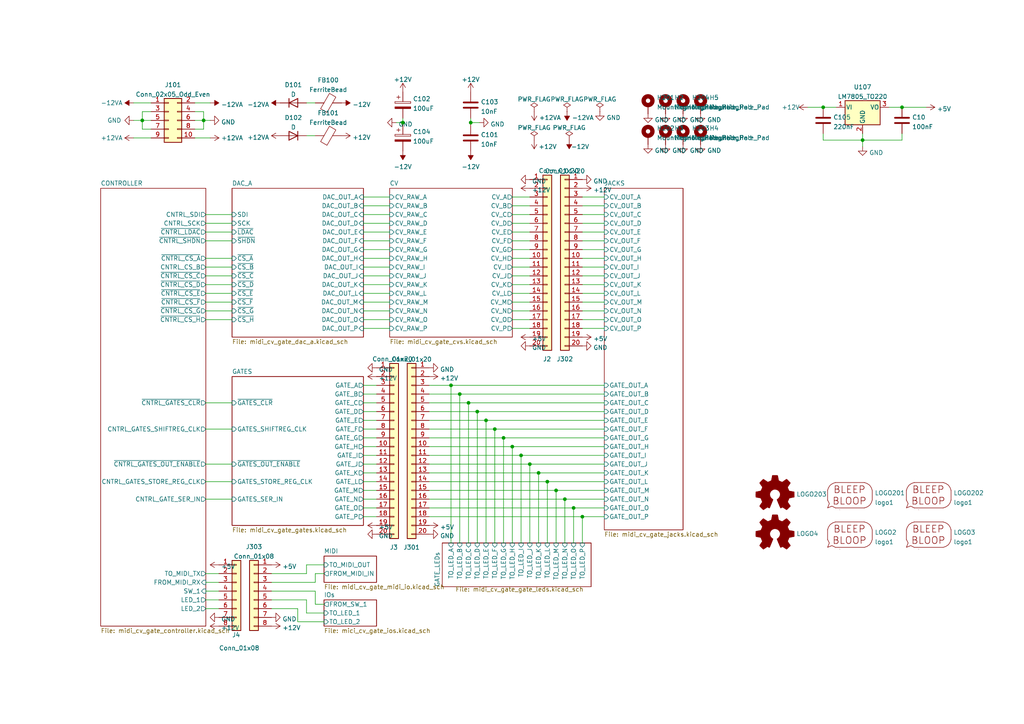
<source format=kicad_sch>
(kicad_sch (version 20211123) (generator eeschema)
  (paper "A4")
  (title_block (title "Eurorack MIDI 16x16 CV Gate") (date "2022-05-14") (rev "1.0") (company "RobotDialogs"))
  (lib_symbols
    (symbol "Connector_Generic:Conn_01x08" (pin_names (offset 1.016) hide)
      (property "Reference" "J" (at 0 10.16 0))
      (property "Value" "Conn_01x08" (at 0 -12.7 0))
      (symbol "Conn_01x08_1_1"
        (pin passive line (at -5.08 7.62 0) (length 3.81) (name "Pin_1") (number "1"))
        (pin passive line (at -5.08 5.08 0) (length 3.81) (name "Pin_2") (number "2"))
        (pin passive line (at -5.08 2.54 0) (length 3.81) (name "Pin_3") (number "3"))
        (pin passive line (at -5.08 0 0) (length 3.81) (name "Pin_4") (number "4"))
        (pin passive line (at -5.08 -2.54 0) (length 3.81) (name "Pin_5") (number "5"))
        (pin passive line (at -5.08 -5.08 0) (length 3.81) (name "Pin_6") (number "6"))
        (pin passive line (at -5.08 -7.62 0) (length 3.81) (name "Pin_7") (number "7"))
        (pin passive line (at -5.08 -10.16 0) (length 3.81) (name "Pin_8") (number "8"))
      )
    )
    (symbol "Connector_Generic:Conn_01x20" (pin_names (offset 1.016) hide)
      (property "Reference" "J" (at 0 25.4 0))
      (property "Value" "Conn_01x20" (at 0 -27.94 0))
      (symbol "Conn_01x20_1_1"
        (pin passive line (at -5.08 22.86 0) (length 3.81) (name "Pin_1") (number "1"))
        (pin passive line (at -5.08 0 0) (length 3.81) (name "Pin_10") (number "10"))
        (pin passive line (at -5.08 -2.54 0) (length 3.81) (name "Pin_11") (number "11"))
        (pin passive line (at -5.08 -5.08 0) (length 3.81) (name "Pin_12") (number "12"))
        (pin passive line (at -5.08 -7.62 0) (length 3.81) (name "Pin_13") (number "13"))
        (pin passive line (at -5.08 -10.16 0) (length 3.81) (name "Pin_14") (number "14"))
        (pin passive line (at -5.08 -12.7 0) (length 3.81) (name "Pin_15") (number "15"))
        (pin passive line (at -5.08 -15.24 0) (length 3.81) (name "Pin_16") (number "16"))
        (pin passive line (at -5.08 -17.78 0) (length 3.81) (name "Pin_17") (number "17"))
        (pin passive line (at -5.08 -20.32 0) (length 3.81) (name "Pin_18") (number "18"))
        (pin passive line (at -5.08 -22.86 0) (length 3.81) (name "Pin_19") (number "19"))
        (pin passive line (at -5.08 20.32 0) (length 3.81) (name "Pin_2") (number "2"))
        (pin passive line (at -5.08 -25.4 0) (length 3.81) (name "Pin_20") (number "20"))
        (pin passive line (at -5.08 17.78 0) (length 3.81) (name "Pin_3") (number "3"))
        (pin passive line (at -5.08 15.24 0) (length 3.81) (name "Pin_4") (number "4"))
        (pin passive line (at -5.08 12.7 0) (length 3.81) (name "Pin_5") (number "5"))
        (pin passive line (at -5.08 10.16 0) (length 3.81) (name "Pin_6") (number "6"))
        (pin passive line (at -5.08 7.62 0) (length 3.81) (name "Pin_7") (number "7"))
        (pin passive line (at -5.08 5.08 0) (length 3.81) (name "Pin_8") (number "8"))
        (pin passive line (at -5.08 2.54 0) (length 3.81) (name "Pin_9") (number "9"))
      )
    )
    (symbol "Connector_Generic:Conn_02x05_Odd_Even" (pin_names (offset 1.016) hide)
      (property "Reference" "J" (at 1.27 7.62 0))
      (property "Value" "Conn_02x05_Odd_Even" (at 1.27 -7.62 0))
      (symbol "Conn_02x05_Odd_Even_1_1"
        (pin passive line (at -5.08 5.08 0) (length 3.81) (name "Pin_1") (number "1"))
        (pin passive line (at 7.62 -5.08 180) (length 3.81) (name "Pin_10") (number "10"))
        (pin passive line (at 7.62 5.08 180) (length 3.81) (name "Pin_2") (number "2"))
        (pin passive line (at -5.08 2.54 0) (length 3.81) (name "Pin_3") (number "3"))
        (pin passive line (at 7.62 2.54 180) (length 3.81) (name "Pin_4") (number "4"))
        (pin passive line (at -5.08 0 0) (length 3.81) (name "Pin_5") (number "5"))
        (pin passive line (at 7.62 0 180) (length 3.81) (name "Pin_6") (number "6"))
        (pin passive line (at -5.08 -2.54 0) (length 3.81) (name "Pin_7") (number "7"))
        (pin passive line (at 7.62 -2.54 180) (length 3.81) (name "Pin_8") (number "8"))
        (pin passive line (at -5.08 -5.08 0) (length 3.81) (name "Pin_9") (number "9"))
      )
    )
    (symbol "Device:C" (pin_numbers hide) (pin_names (offset 0.254))
      (property "Reference" "C" (at 0.635 2.54 0))
      (property "Value" "C" (at 0.635 -2.54 0))
      (symbol "C_1_1"
        (pin passive line (at 0 3.81 270) (length 2.794) (name "~") (number "1"))
        (pin passive line (at 0 -3.81 90) (length 2.794) (name "~") (number "2"))
      )
    )
    (symbol "Device:C_Polarized" (pin_numbers hide) (pin_names (offset 0.254))
      (property "Reference" "C" (at 0.635 2.54 0))
      (property "Value" "C_Polarized" (at 0.635 -2.54 0))
      (symbol "C_Polarized_1_1"
        (pin passive line (at 0 3.81 270) (length 2.794) (name "~") (number "1"))
        (pin passive line (at 0 -3.81 90) (length 2.794) (name "~") (number "2"))
      )
    )
    (symbol "Device:D" (pin_numbers hide) (pin_names (offset 1.016) hide)
      (property "Reference" "D" (at 0 2.54 0))
      (property "Value" "D" (at 0 -2.54 0))
      (symbol "D_1_1"
        (pin passive line (at -3.81 0 0) (length 2.54) (name "K") (number "1"))
        (pin passive line (at 3.81 0 180) (length 2.54) (name "A") (number "2"))
      )
    )
    (symbol "Device:FerriteBead" (pin_numbers hide) (pin_names (offset 0))
      (property "Reference" "FB" (at -3.81 0.635 90))
      (property "Value" "FerriteBead" (at 3.81 0 90))
      (symbol "FerriteBead_1_1"
        (pin passive line (at 0 3.81 270) (length 2.54) (name "~") (number "1"))
        (pin passive line (at 0 -3.81 90) (length 2.54) (name "~") (number "2"))
      )
    )
    (symbol "Mechanical:MountingHole_Pad" (pin_numbers hide) (pin_names (offset 1.016) hide)
      (property "Reference" "H" (at 0 6.35 0))
      (property "Value" "MountingHole_Pad" (at 0 4.445 0))
      (symbol "MountingHole_Pad_1_1"
        (pin input line (at 0 -2.54 90) (length 2.54) (name "1") (number "1"))
      )
    )
    (symbol "My Stuff:Logo_Open_Hardware_Small" (pin_names (offset 1.016))
      (property "Reference" "LOGO1" (at 0 6.985 0))
    )
    (symbol "My Stuff:logo1" (pin_names (offset 1.016))
      (property "Reference" "LOGO" (at 0 -4.826 0))
      (property "Value" "logo1" (at 0 4.826 0))
      (symbol "logo1_0_0"
        (text "" (at -1.27 1.27 0) (effects (font (size 1.27 1.27))))
        (text "BLEEP" (at 0 1.524 0) (effects (font (size 2 2))))
        (text "BLOOP" (at 0 -1.778 0) (effects (font (size 2 2))))
      )
    )
    (symbol "Regulator_Linear:LM7805_TO220" (pin_names (offset 0.254))
      (property "Reference" "U" (at -3.81 3.175 0))
      (property "Value" "LM7805_TO220" (at 0 3.175 0))
      (symbol "LM7805_TO220_1_1"
        (pin power_in line (at -7.62 0 0) (length 2.54) (name "VI") (number "1"))
        (pin power_in line (at 0 -7.62 90) (length 2.54) (name "GND") (number "2"))
        (pin power_out line (at 7.62 0 180) (length 2.54) (name "VO") (number "3"))
      )
    )
    (symbol "power:+12V" (power) (pin_names (offset 0))
      (property "Value" "+12V" (at 0 3.556 0))
      (symbol "+12V_1_1"
        (pin power_in line (at 0 0 90) (length 0) hide (name "+12V") (number "1"))
      )
    )
    (symbol "power:+12VA" (power) (pin_names (offset 0))
      (property "Value" "+12VA" (at 0 3.556 0))
      (symbol "+12VA_1_1"
        (pin power_in line (at 0 0 90) (length 0) hide (name "+12VA") (number "1"))
      )
    )
    (symbol "power:+5V" (power) (pin_names (offset 0))
      (property "Value" "+5V" (at 0 3.556 0))
      (symbol "+5V_1_1"
        (pin power_in line (at 0 0 90) (length 0) hide (name "+5V") (number "1"))
      )
    )
    (symbol "power:-12V" (power) (pin_names (offset 0))
      (property "Value" "-12V" (at 0 3.81 0))
      (symbol "-12V_0_0"
        (pin power_in line (at 0 0 90) (length 0) hide (name "-12V") (number "1"))
      )
    )
    (symbol "power:-12VA" (power) (pin_names (offset 0))
      (property "Value" "-12VA" (at 0 3.556 0))
      (symbol "-12VA_0_0"
        (pin power_in line (at 0 0 90) (length 0) hide (name "-12VA") (number "1"))
      )
    )
    (symbol "power:GND" (power) (pin_names (offset 0))
      (property "Value" "GND" (at 0 -3.81 0))
      (symbol "GND_1_1"
        (pin power_in line (at 0 0 270) (length 0) hide (name "GND") (number "1"))
      )
    )
    (symbol "power:PWR_FLAG" (power) (pin_numbers hide) (pin_names (offset 0) hide)
      (property "Value" "PWR_FLAG" (at 0 3.81 0))
      (symbol "PWR_FLAG_0_0"
        (pin power_out line (at 0 0 90) (length 0) (name "pwr") (number "1"))
      )
    )
  )
  (junction (at 59.055 34.925))
  (junction (at 168.91 149.86))
  (junction (at 140.97 121.92))
  (junction (at 138.43 119.38))
  (junction (at 158.75 139.7))
  (junction (at 163.83 144.78))
  (junction (at 166.37 147.32))
  (junction (at 143.51 124.46))
  (junction (at 153.67 134.62))
  (junction (at 238.76 31.115))
  (junction (at 151.13 132.08))
  (junction (at 41.275 34.925))
  (junction (at 156.21 137.16))
  (junction (at 136.525 35.56))
  (junction (at 250.19 40.64))
  (junction (at 135.89 116.84))
  (junction (at 133.35 114.3))
  (junction (at 146.05 127))
  (junction (at 116.84 35.56))
  (junction (at 130.81 111.76))
  (junction (at 148.59 129.54))
  (junction (at 261.62 31.115))
  (junction (at 161.29 142.24))
  (wire (pts (xy 59.69 82.55) (xy 67.31 82.55)))
  (wire (pts (xy 88.9 29.845) (xy 91.44 29.845)))
  (wire (pts (xy 151.13 132.08) (xy 175.26 132.08)))
  (wire (pts (xy 86.36 180.34) (xy 93.98 180.34)))
  (wire (pts (xy 168.91 149.86) (xy 168.91 157.48)))
  (wire (pts (xy 124.46 111.76) (xy 130.81 111.76)))
  (wire (pts (xy 143.51 124.46) (xy 175.26 124.46)))
  (wire (pts (xy 148.59 64.77) (xy 153.67 64.77)))
  (wire (pts (xy 250.19 38.735) (xy 250.19 40.64)))
  (wire (pts (xy 116.84 35.56) (xy 116.84 36.195)))
  (wire (pts (xy 114.935 35.56) (xy 116.84 35.56)))
  (wire (pts (xy 124.46 139.7) (xy 158.75 139.7)))
  (wire (pts (xy 148.59 95.25) (xy 153.67 95.25)))
  (wire (pts (xy 148.59 82.55) (xy 153.67 82.55)))
  (wire (pts (xy 257.81 31.115) (xy 261.62 31.115)))
  (wire (pts (xy 158.75 139.7) (xy 175.26 139.7)))
  (wire (pts (xy 105.41 149.86) (xy 109.22 149.86)))
  (wire (pts (xy 124.46 114.3) (xy 133.35 114.3)))
  (wire (pts (xy 124.46 134.62) (xy 153.67 134.62)))
  (wire (pts (xy 88.9 173.99) (xy 78.74 173.99)))
  (wire (pts (xy 59.69 139.7) (xy 67.31 139.7)))
  (wire (pts (xy 124.46 124.46) (xy 143.51 124.46)))
  (wire (pts (xy 163.83 144.78) (xy 163.83 157.48)))
  (wire (pts (xy 105.41 137.16) (xy 109.22 137.16)))
  (wire (pts (xy 124.46 121.92) (xy 140.97 121.92)))
  (wire (pts (xy 105.41 67.31) (xy 113.03 67.31)))
  (wire (pts (xy 41.275 32.385) (xy 41.275 34.925)))
  (wire (pts (xy 43.815 32.385) (xy 41.275 32.385)))
  (wire (pts (xy 168.91 57.15) (xy 175.26 57.15)))
  (wire (pts (xy 59.69 124.46) (xy 67.31 124.46)))
  (wire (pts (xy 59.055 34.925) (xy 59.055 37.465)))
  (wire (pts (xy 59.69 74.93) (xy 67.31 74.93)))
  (wire (pts (xy 124.46 129.54) (xy 148.59 129.54)))
  (wire (pts (xy 148.59 90.17) (xy 153.67 90.17)))
  (wire (pts (xy 148.59 92.71) (xy 153.67 92.71)))
  (wire (pts (xy 148.59 74.93) (xy 153.67 74.93)))
  (wire (pts (xy 168.91 82.55) (xy 175.26 82.55)))
  (wire (pts (xy 59.69 87.63) (xy 67.31 87.63)))
  (wire (pts (xy 168.91 92.71) (xy 175.26 92.71)))
  (wire (pts (xy 261.62 31.115) (xy 268.605 31.115)))
  (wire (pts (xy 136.525 35.56) (xy 139.065 35.56)))
  (wire (pts (xy 105.41 124.46) (xy 109.22 124.46)))
  (wire (pts (xy 148.59 80.01) (xy 153.67 80.01)))
  (wire (pts (xy 168.91 59.69) (xy 175.26 59.69)))
  (wire (pts (xy 168.91 95.25) (xy 175.26 95.25)))
  (wire (pts (xy 91.44 175.26) (xy 93.98 175.26)))
  (wire (pts (xy 105.41 95.25) (xy 113.03 95.25)))
  (wire (pts (xy 124.46 132.08) (xy 151.13 132.08)))
  (wire (pts (xy 148.59 57.15) (xy 153.67 57.15)))
  (wire (pts (xy 168.91 69.85) (xy 175.26 69.85)))
  (wire (pts (xy 59.69 90.17) (xy 67.31 90.17)))
  (wire (pts (xy 105.41 59.69) (xy 113.03 59.69)))
  (wire (pts (xy 59.69 134.62) (xy 67.31 134.62)))
  (wire (pts (xy 105.41 111.76) (xy 109.22 111.76)))
  (wire (pts (xy 168.91 149.86) (xy 175.26 149.86)))
  (wire (pts (xy 91.44 166.37) (xy 93.98 166.37)))
  (wire (pts (xy 59.69 176.53) (xy 63.5 176.53)))
  (wire (pts (xy 148.59 129.54) (xy 175.26 129.54)))
  (wire (pts (xy 38.735 29.845) (xy 43.815 29.845)))
  (wire (pts (xy 148.59 129.54) (xy 148.59 157.48)))
  (wire (pts (xy 153.67 134.62) (xy 175.26 134.62)))
  (wire (pts (xy 168.91 72.39) (xy 175.26 72.39)))
  (wire (pts (xy 148.59 62.23) (xy 153.67 62.23)))
  (wire (pts (xy 168.91 67.31) (xy 175.26 67.31)))
  (wire (pts (xy 59.69 80.01) (xy 67.31 80.01)))
  (wire (pts (xy 105.41 147.32) (xy 109.22 147.32)))
  (wire (pts (xy 105.41 90.17) (xy 113.03 90.17)))
  (wire (pts (xy 59.69 144.78) (xy 67.31 144.78)))
  (wire (pts (xy 124.46 147.32) (xy 166.37 147.32)))
  (wire (pts (xy 88.9 163.83) (xy 88.9 166.37)))
  (wire (pts (xy 41.275 34.925) (xy 43.815 34.925)))
  (wire (pts (xy 105.41 132.08) (xy 109.22 132.08)))
  (wire (pts (xy 148.59 87.63) (xy 153.67 87.63)))
  (wire (pts (xy 138.43 119.38) (xy 175.26 119.38)))
  (wire (pts (xy 78.74 176.53) (xy 86.36 176.53)))
  (wire (pts (xy 153.67 134.62) (xy 153.67 157.48)))
  (wire (pts (xy 59.69 62.23) (xy 67.31 62.23)))
  (wire (pts (xy 148.59 59.69) (xy 153.67 59.69)))
  (wire (pts (xy 168.91 74.93) (xy 175.26 74.93)))
  (wire (pts (xy 168.91 87.63) (xy 175.26 87.63)))
  (wire (pts (xy 59.69 77.47) (xy 67.31 77.47)))
  (wire (pts (xy 105.41 62.23) (xy 113.03 62.23)))
  (wire (pts (xy 124.46 142.24) (xy 161.29 142.24)))
  (wire (pts (xy 158.75 139.7) (xy 158.75 157.48)))
  (wire (pts (xy 124.46 144.78) (xy 163.83 144.78)))
  (wire (pts (xy 161.29 142.24) (xy 161.29 157.48)))
  (wire (pts (xy 168.91 90.17) (xy 175.26 90.17)))
  (wire (pts (xy 105.41 57.15) (xy 113.03 57.15)))
  (wire (pts (xy 56.515 29.845) (xy 60.96 29.845)))
  (wire (pts (xy 105.41 82.55) (xy 113.03 82.55)))
  (wire (pts (xy 124.46 116.84) (xy 135.89 116.84)))
  (wire (pts (xy 56.515 32.385) (xy 59.055 32.385)))
  (wire (pts (xy 59.69 171.45) (xy 63.5 171.45)))
  (wire (pts (xy 41.275 34.925) (xy 41.275 37.465)))
  (wire (pts (xy 91.44 171.45) (xy 91.44 175.26)))
  (wire (pts (xy 88.9 177.8) (xy 88.9 173.99)))
  (wire (pts (xy 136.525 35.56) (xy 136.525 36.195)))
  (wire (pts (xy 168.91 77.47) (xy 175.26 77.47)))
  (wire (pts (xy 238.76 38.735) (xy 238.76 40.64)))
  (wire (pts (xy 59.055 34.925) (xy 60.96 34.925)))
  (wire (pts (xy 105.41 80.01) (xy 113.03 80.01)))
  (wire (pts (xy 105.41 139.7) (xy 109.22 139.7)))
  (wire (pts (xy 168.91 80.01) (xy 175.26 80.01)))
  (wire (pts (xy 166.37 147.32) (xy 175.26 147.32)))
  (wire (pts (xy 105.41 69.85) (xy 113.03 69.85)))
  (wire (pts (xy 238.76 40.64) (xy 250.19 40.64)))
  (wire (pts (xy 59.055 32.385) (xy 59.055 34.925)))
  (wire (pts (xy 105.41 129.54) (xy 109.22 129.54)))
  (wire (pts (xy 105.41 85.09) (xy 113.03 85.09)))
  (wire (pts (xy 130.81 111.76) (xy 175.26 111.76)))
  (wire (pts (xy 105.41 142.24) (xy 109.22 142.24)))
  (wire (pts (xy 88.9 39.37) (xy 91.44 39.37)))
  (wire (pts (xy 59.055 37.465) (xy 56.515 37.465)))
  (wire (pts (xy 59.69 67.31) (xy 67.31 67.31)))
  (wire (pts (xy 261.62 40.64) (xy 261.62 38.735)))
  (wire (pts (xy 93.98 177.8) (xy 88.9 177.8)))
  (wire (pts (xy 105.41 92.71) (xy 113.03 92.71)))
  (wire (pts (xy 146.05 127) (xy 146.05 157.48)))
  (wire (pts (xy 124.46 137.16) (xy 156.21 137.16)))
  (wire (pts (xy 138.43 119.38) (xy 138.43 157.48)))
  (wire (pts (xy 250.19 40.64) (xy 261.62 40.64)))
  (wire (pts (xy 78.74 171.45) (xy 91.44 171.45)))
  (wire (pts (xy 93.98 163.83) (xy 88.9 163.83)))
  (wire (pts (xy 59.69 69.85) (xy 67.31 69.85)))
  (wire (pts (xy 136.525 34.29) (xy 136.525 35.56)))
  (wire (pts (xy 41.275 37.465) (xy 43.815 37.465)))
  (wire (pts (xy 146.05 127) (xy 175.26 127)))
  (wire (pts (xy 133.35 114.3) (xy 133.35 157.48)))
  (wire (pts (xy 168.91 64.77) (xy 175.26 64.77)))
  (wire (pts (xy 88.9 166.37) (xy 78.74 166.37)))
  (wire (pts (xy 59.69 92.71) (xy 67.31 92.71)))
  (wire (pts (xy 148.59 85.09) (xy 153.67 85.09)))
  (wire (pts (xy 105.41 127) (xy 109.22 127)))
  (wire (pts (xy 59.69 173.99) (xy 63.5 173.99)))
  (wire (pts (xy 124.46 149.86) (xy 168.91 149.86)))
  (wire (pts (xy 151.13 132.08) (xy 151.13 157.48)))
  (wire (pts (xy 105.41 119.38) (xy 109.22 119.38)))
  (wire (pts (xy 148.59 77.47) (xy 153.67 77.47)))
  (wire (pts (xy 148.59 72.39) (xy 153.67 72.39)))
  (wire (pts (xy 86.36 176.53) (xy 86.36 180.34)))
  (wire (pts (xy 168.91 62.23) (xy 175.26 62.23)))
  (wire (pts (xy 59.69 166.37) (xy 63.5 166.37)))
  (wire (pts (xy 56.515 40.005) (xy 60.96 40.005)))
  (wire (pts (xy 91.44 168.91) (xy 91.44 166.37)))
  (wire (pts (xy 234.315 31.115) (xy 238.76 31.115)))
  (wire (pts (xy 105.41 116.84) (xy 109.22 116.84)))
  (wire (pts (xy 140.97 121.92) (xy 175.26 121.92)))
  (wire (pts (xy 156.21 137.16) (xy 175.26 137.16)))
  (wire (pts (xy 38.735 34.925) (xy 41.275 34.925)))
  (wire (pts (xy 105.41 74.93) (xy 113.03 74.93)))
  (wire (pts (xy 105.41 64.77) (xy 113.03 64.77)))
  (wire (pts (xy 143.51 124.46) (xy 143.51 157.48)))
  (wire (pts (xy 124.46 119.38) (xy 138.43 119.38)))
  (wire (pts (xy 130.81 111.76) (xy 130.81 157.48)))
  (wire (pts (xy 105.41 72.39) (xy 113.03 72.39)))
  (wire (pts (xy 161.29 142.24) (xy 175.26 142.24)))
  (wire (pts (xy 105.41 144.78) (xy 109.22 144.78)))
  (wire (pts (xy 105.41 87.63) (xy 113.03 87.63)))
  (wire (pts (xy 78.74 168.91) (xy 91.44 168.91)))
  (wire (pts (xy 59.69 116.84) (xy 67.31 116.84)))
  (wire (pts (xy 156.21 137.16) (xy 156.21 157.48)))
  (wire (pts (xy 133.35 114.3) (xy 175.26 114.3)))
  (wire (pts (xy 140.97 121.92) (xy 140.97 157.48)))
  (wire (pts (xy 148.59 69.85) (xy 153.67 69.85)))
  (wire (pts (xy 59.69 85.09) (xy 67.31 85.09)))
  (wire (pts (xy 105.41 121.92) (xy 109.22 121.92)))
  (wire (pts (xy 163.83 144.78) (xy 175.26 144.78)))
  (wire (pts (xy 105.41 114.3) (xy 109.22 114.3)))
  (wire (pts (xy 56.515 34.925) (xy 59.055 34.925)))
  (wire (pts (xy 168.91 85.09) (xy 175.26 85.09)))
  (wire (pts (xy 43.815 40.005) (xy 38.735 40.005)))
  (wire (pts (xy 105.41 134.62) (xy 109.22 134.62)))
  (wire (pts (xy 135.89 116.84) (xy 135.89 157.48)))
  (wire (pts (xy 124.46 127) (xy 146.05 127)))
  (wire (pts (xy 59.69 168.91) (xy 63.5 168.91)))
  (wire (pts (xy 116.84 34.29) (xy 116.84 35.56)))
  (wire (pts (xy 105.41 77.47) (xy 113.03 77.47)))
  (wire (pts (xy 59.69 64.77) (xy 67.31 64.77)))
  (wire (pts (xy 135.89 116.84) (xy 175.26 116.84)))
  (wire (pts (xy 166.37 147.32) (xy 166.37 157.48)))
  (wire (pts (xy 250.19 40.64) (xy 250.19 42.545)))
  (wire (pts (xy 238.76 31.115) (xy 242.57 31.115)))
  (wire (pts (xy 148.59 67.31) (xy 153.67 67.31)))
  (symbol (lib_id "power:+12V") (at 109.22 109.22 90) (unit 1)
    (property "Reference" "#PWR0265" (effects hide))
    (property "Value" "+12V" (at 109.855 109.699 90) (effects (justify right)))
  )
  (symbol (lib_id "Device:D") (at 85.09 29.845 0) (unit 1)
    (property "Reference" "D101" (at 85.09 24.6085 0))
    (property "Value" "D" (at 85.09 27.3836 0))
    (property "Footprint" "Diode_THT:D_DO-35_SOD27_P2.54mm_Vertical_KathodeUp" (effects hide))
  )
  (symbol (lib_id "power:+5V") (at 153.67 97.79 90) (unit 1)
    (property "Reference" "#PWR0245" (effects hide))
    (property "Value" "+5V" (at 154.305 98.269 90) (effects (justify right)))
  )
  (symbol (lib_id "Device:C_Polarized") (at 116.84 30.48 0) (unit 1)
    (property "Reference" "C102" (at 119.761 28.6825 0) (effects (justify left)))
    (property "Value" "100uF" (at 119.761 31.4576 0) (effects (justify left)))
    (property "Footprint" "Capacitor_THT:CP_Radial_D5.0mm_P2.50mm" (effects hide))
  )
  (symbol (lib_id "power:GND") (at 124.46 154.94 90) (unit 1)
    (property "Reference" "#PWR0257" (effects hide))
    (property "Value" "GND" (at 127.635 155.419 90) (effects (justify right)))
  )
  (symbol (lib_id "power:+12V") (at 124.46 109.22 270) (unit 1)
    (property "Reference" "#PWR0262" (effects hide))
    (property "Value" "+12V" (at 127.635 109.699 90) (effects (justify left)))
  )
  (symbol (lib_id "Connector_Generic:Conn_01x20") (at 119.38 129.54 0) (mirror y) (unit 1)
    (property "Reference" "J301" (at 119.38 158.75 0))
    (property "Value" "Conn_01x20" (at 119.38 104.2186 0))
    (property "Footprint" "Connector_PinSocket_2.54mm:PinSocket_1x20_P2.54mm_Vertical" (effects hide))
  )
  (symbol (lib_id "power:GND") (at 198.12 33.02 0) (unit 1)
    (property "Reference" "#PWR0116" (effects hide))
    (property "Value" "GND" (at 200.025 34.769 0) (effects (justify left)))
  )
  (symbol (lib_id "power:GND") (at 168.91 100.33 90) (unit 1)
    (property "Reference" "#PWR0259" (effects hide))
    (property "Value" "GND" (at 172.085 100.809 90) (effects (justify right)))
  )
  (symbol (lib_id "power:+12VA") (at 38.735 40.005 90) (unit 1)
    (property "Reference" "#PWR0106" (effects hide))
    (property "Value" "+12VA" (at 29.21 40.005 90) (effects (justify right)))
  )
  (symbol (lib_id "power:-12VA") (at 164.465 32.385 180) (unit 1)
    (property "Reference" "#PWR0126" (effects hide))
    (property "Value" "-12VA" (at 165.862 34.134 0) (effects (justify right)))
  )
  (symbol (lib_id "power:+12V") (at 116.84 26.67 0) (unit 1)
    (property "Reference" "#PWR0130" (effects hide))
    (property "Value" "+12V" (at 116.84 23.0655 0))
  )
  (symbol (lib_id "power:+12V") (at 153.67 54.61 90) (unit 1)
    (property "Reference" "#PWR0242" (effects hide))
    (property "Value" "+12V" (at 154.305 55.089 90) (effects (justify right)))
  )
  (symbol (lib_id "Connector_Generic:Conn_02x05_Odd_Even") (at 48.895 34.925 0) (unit 1)
    (property "Reference" "J101" (at 50.165 24.6085 0))
    (property "Value" "Conn_02x05_Odd_Even" (at 50.165 27.3836 0))
    (property "Footprint" "Connector_IDC:IDC-Header_2x05_P2.54mm_Vertical" (effects hide))
  )
  (symbol (lib_id "Device:C") (at 136.525 30.48 0) (unit 1)
    (property "Reference" "C103" (at 139.446 29.5715 0) (effects (justify left)))
    (property "Value" "10nF" (at 139.446 32.3466 0) (effects (justify left)))
    (property "Footprint" "Capacitor_THT:C_Disc_D4.3mm_W1.9mm_P5.00mm" (effects hide))
  )
  (symbol (lib_id "Connector_Generic:Conn_01x20") (at 163.83 74.93 0) (mirror y) (unit 1)
    (property "Reference" "J302" (at 163.83 104.14 0))
    (property "Value" "Conn_01x20" (at 163.83 49.6086 0))
    (property "Footprint" "Connector_PinSocket_2.54mm:PinSocket_1x20_P2.54mm_Vertical" (effects hide))
  )
  (symbol (lib_id "power:+5V") (at 168.91 97.79 270) (unit 1)
    (property "Reference" "#PWR0260" (effects hide))
    (property "Value" "+5V" (at 172.085 98.269 90) (effects (justify left)))
  )
  (symbol (lib_id "My Stuff:Logo_Open_Hardware_Small") (at 224.79 143.51 0) (unit 1)
    (property "Reference" "LOGO203" (at 230.9876 143.354 0) (effects (justify left)))
    (property "Value" "Logo_Open_Hardware_Small" (effects hide))
    (property "Footprint" "Symbol:OSHW-Symbol_6.7x6mm_SilkScreen" (effects hide))
  )
  (symbol (lib_id "power:GND") (at 153.67 52.07 270) (unit 1)
    (property "Reference" "#PWR0243" (effects hide))
    (property "Value" "GND" (at 154.305 52.549 90) (effects (justify left)))
  )
  (symbol (lib_id "power:-12V") (at 116.84 43.815 180) (unit 1)
    (property "Reference" "#PWR0122" (effects hide))
    (property "Value" "-12V" (at 116.84 48.3775 0))
  )
  (symbol (lib_id "power:+12V") (at 99.06 39.37 270) (unit 1)
    (property "Reference" "#PWR0112" (effects hide))
    (property "Value" "+12V" (at 102.235 39.849 90) (effects (justify left)))
  )
  (symbol (lib_id "power:+12V") (at 78.74 181.61 270) (unit 1)
    (property "Reference" "#PWR0248" (effects hide))
    (property "Value" "+12V" (at 81.915 182.089 90) (effects (justify left)))
  )
  (symbol (lib_id "power:-12VA") (at 38.735 29.845 90) (unit 1)
    (property "Reference" "#PWR0105" (effects hide))
    (property "Value" "-12VA" (at 29.21 29.845 90) (effects (justify right)))
  )
  (symbol (lib_id "power:GND") (at 168.91 52.07 90) (unit 1)
    (property "Reference" "#PWR0261" (effects hide))
    (property "Value" "GND" (at 172.085 52.549 90) (effects (justify right)))
  )
  (symbol (lib_id "power:-12V") (at 165.1 40.64 180) (unit 1)
    (property "Reference" "#PWR0127" (effects hide))
    (property "Value" "-12V" (at 168.275 42.545 0))
  )
  (symbol (lib_id "power:+5V") (at 63.5 163.83 90) (unit 1)
    (property "Reference" "#PWR0254" (effects hide))
    (property "Value" "+5V" (at 64.135 164.309 90) (effects (justify right)))
  )
  (symbol (lib_id "Device:C_Polarized") (at 116.84 40.005 0) (unit 1)
    (property "Reference" "C104" (at 119.761 38.2075 0) (effects (justify left)))
    (property "Value" "100uF" (at 119.761 40.9826 0) (effects (justify left)))
    (property "Footprint" "Capacitor_THT:CP_Radial_D5.0mm_P2.50mm" (effects hide))
  )
  (symbol (lib_id "power:PWR_FLAG") (at 154.94 40.64 0) (unit 1)
    (property "Reference" "#FLG0102" (effects hide))
    (property "Value" "PWR_FLAG" (at 154.94 37.0355 0))
  )
  (symbol (lib_id "Device:C") (at 136.525 40.005 0) (unit 1)
    (property "Reference" "C101" (at 139.446 39.0965 0) (effects (justify left)))
    (property "Value" "10nF" (at 139.446 41.8716 0) (effects (justify left)))
    (property "Footprint" "Capacitor_THT:C_Disc_D4.3mm_W1.9mm_P5.00mm" (effects hide))
  )
  (symbol (lib_id "My Stuff:logo1") (at 269.24 143.51 0) (unit 1)
    (property "Reference" "LOGO202" (at 276.5552 142.9825 0) (effects (justify left)))
    (property "Value" "logo1" (at 276.5552 145.7576 0) (effects (justify left)))
    (property "Footprint" "My Stuff:Logo2" (effects hide))
  )
  (symbol (lib_id "power:+5V") (at 78.74 163.83 270) (unit 1)
    (property "Reference" "#PWR0252" (effects hide))
    (property "Value" "+5V" (at 81.915 164.309 90) (effects (justify left)))
  )
  (symbol (lib_id "Device:FerriteBead") (at 95.25 29.845 90) (unit 1)
    (property "Reference" "FB100" (at 95.1992 23.2369 90))
    (property "Value" "FerriteBead" (at 95.1992 26.012 90))
    (property "Footprint" "Inductor_THT:L_Axial_L5.3mm_D2.2mm_P2.54mm_Vertical_Vishay_IM-1" (effects hide))
  )
  (symbol (lib_id "power:+12V") (at 168.91 54.61 270) (unit 1)
    (property "Reference" "#PWR0258" (effects hide))
    (property "Value" "+12V" (at 172.085 55.089 90) (effects (justify left)))
  )
  (symbol (lib_id "power:GND") (at 198.12 41.91 0) (unit 1)
    (property "Reference" "#PWR0189" (effects hide))
    (property "Value" "GND" (at 200.025 43.659 0) (effects (justify left)))
  )
  (symbol (lib_id "power:GND") (at 153.67 100.33 270) (unit 1)
    (property "Reference" "#PWR0244" (effects hide))
    (property "Value" "GND" (at 154.305 100.809 90) (effects (justify left)))
  )
  (symbol (lib_id "power:GND") (at 193.04 41.91 0) (unit 1)
    (property "Reference" "#PWR0119" (effects hide))
    (property "Value" "GND" (at 194.945 43.659 0) (effects (justify left)))
  )
  (symbol (lib_id "power:GND") (at 250.19 42.545 0) (unit 1)
    (property "Reference" "#PWR0101" (effects hide))
    (property "Value" "GND" (at 252.095 44.294 0) (effects (justify left)))
  )
  (symbol (lib_id "My Stuff:Logo_Open_Hardware_Small") (at 224.79 154.94 0) (unit 1)
    (property "Reference" "LOGO4" (at 230.9876 154.784 0) (effects (justify left)))
    (property "Value" "Logo_Open_Hardware_Small" (effects hide))
    (property "Footprint" "Symbol:OSHW-Symbol_6.7x6mm_SilkScreen" (effects hide))
  )
  (symbol (lib_id "power:+12V") (at 154.94 40.64 180) (unit 1)
    (property "Reference" "#PWR0124" (effects hide))
    (property "Value" "+12V" (at 156.21 42.545 0) (effects (justify right)))
  )
  (symbol (lib_id "power:GND") (at 124.46 106.68 90) (unit 1)
    (property "Reference" "#PWR0263" (effects hide))
    (property "Value" "GND" (at 127.635 107.159 90) (effects (justify right)))
  )
  (symbol (lib_id "Mechanical:MountingHole_Pad") (at 203.2 30.48 0) (unit 1)
    (property "Reference" "H5" (at 205.74 28.3015 0) (effects (justify left)))
    (property "Value" "MountingHole_Pad" (at 205.74 31.0766 0) (effects (justify left)))
    (property "Footprint" "MountingHole:MountingHole_3.2mm_M3_ISO7380_Pad_TopBottom" (effects hide))
  )
  (symbol (lib_id "power:+12VA") (at 154.94 32.385 180) (unit 1)
    (property "Reference" "#PWR0125" (effects hide))
    (property "Value" "+12VA" (at 156.337 34.134 0) (effects (justify right)))
  )
  (symbol (lib_id "power:PWR_FLAG") (at 173.99 32.385 0) (unit 1)
    (property "Reference" "#FLG0103" (effects hide))
    (property "Value" "PWR_FLAG" (at 173.99 28.7805 0))
  )
  (symbol (lib_id "My Stuff:logo1") (at 246.38 154.94 0) (unit 1)
    (property "Reference" "LOGO2" (at 253.6952 154.4125 0) (effects (justify left)))
    (property "Value" "logo1" (at 253.6952 157.1876 0) (effects (justify left)))
    (property "Footprint" "My Stuff:Logo1" (effects hide))
  )
  (symbol (lib_id "power:-12VA") (at 81.28 29.845 90) (unit 1)
    (property "Reference" "#PWR0107" (effects hide))
    (property "Value" "-12VA" (at 78.105 30.324 90) (effects (justify left)))
  )
  (symbol (lib_id "Connector_Generic:Conn_01x20") (at 114.3 129.54 0) (unit 1)
    (property "Reference" "J3" (at 113.03 158.75 0) (effects (justify left)))
    (property "Value" "Conn_01x20" (at 107.95 104.14 0) (effects (justify left)))
    (property "Footprint" "Connector_PinHeader_2.54mm:PinHeader_1x20_P2.54mm_Vertical" (effects hide))
  )
  (symbol (lib_id "Mechanical:MountingHole_Pad") (at 193.04 30.48 0) (unit 1)
    (property "Reference" "H2" (at 195.58 28.3015 0) (effects (justify left)))
    (property "Value" "MountingHole_Pad" (at 195.58 31.0766 0) (effects (justify left)))
    (property "Footprint" "MountingHole:MountingHole_3.2mm_M3_ISO7380_Pad_TopBottom" (effects hide))
  )
  (symbol (lib_id "power:GND") (at 187.96 41.91 0) (unit 1)
    (property "Reference" "#PWR0118" (effects hide))
    (property "Value" "GND" (at 189.865 43.659 0) (effects (justify left)))
  )
  (symbol (lib_id "power:PWR_FLAG") (at 154.94 32.385 0) (unit 1)
    (property "Reference" "#FLG0101" (effects hide))
    (property "Value" "PWR_FLAG" (at 154.94 28.7805 0))
  )
  (symbol (lib_id "power:GND") (at 109.22 154.94 270) (unit 1)
    (property "Reference" "#PWR0247" (effects hide))
    (property "Value" "GND" (at 109.855 155.419 90) (effects (justify left)))
  )
  (symbol (lib_id "power:+5V") (at 109.22 152.4 90) (unit 1)
    (property "Reference" "#PWR0246" (effects hide))
    (property "Value" "+5V" (at 109.855 152.879 90) (effects (justify right)))
  )
  (symbol (lib_id "power:GND") (at 139.065 35.56 90) (unit 1)
    (property "Reference" "#PWR0121" (effects hide))
    (property "Value" "GND" (at 142.24 36.039 90) (effects (justify right)))
  )
  (symbol (lib_id "power:PWR_FLAG") (at 164.465 32.385 0) (unit 1)
    (property "Reference" "#FLG0104" (effects hide))
    (property "Value" "PWR_FLAG" (at 164.465 28.7805 0))
  )
  (symbol (lib_id "power:+5V") (at 268.605 31.115 270) (unit 1)
    (property "Reference" "#PWR0102" (effects hide))
    (property "Value" "+5V" (at 271.78 31.594 90) (effects (justify left)))
  )
  (symbol (lib_id "power:+12V") (at 63.5 181.61 90) (unit 1)
    (property "Reference" "#PWR0251" (effects hide))
    (property "Value" "+12V" (at 64.135 182.089 90) (effects (justify right)))
  )
  (symbol (lib_id "power:GND") (at 203.2 33.02 0) (unit 1)
    (property "Reference" "#PWR0117" (effects hide))
    (property "Value" "GND" (at 205.105 34.769 0) (effects (justify left)))
  )
  (symbol (lib_id "Regulator_Linear:LM7805_TO220") (at 250.19 31.115 0) (unit 1)
    (property "Reference" "U107" (at 250.19 25.2435 0))
    (property "Value" "LM7805_TO220" (at 250.19 28.0186 0))
    (property "Footprint" "Package_TO_SOT_THT:TO-220-3_Horizontal_TabDown" (effects hide))
    (property "Datasheet" "https://www.onsemi.cn/PowerSolutions/document/MC7800-D.PDF" (effects hide))
  )
  (symbol (lib_id "power:+12V") (at 234.315 31.115 90) (unit 1)
    (property "Reference" "#PWR0103" (effects hide))
    (property "Value" "+12V" (at 226.695 31.115 90) (effects (justify right)))
  )
  (symbol (lib_id "Connector_Generic:Conn_01x08") (at 68.58 171.45 0) (unit 1)
    (property "Reference" "J4" (at 67.31 184.15 0) (effects (justify left)))
    (property "Value" "Conn_01x08" (at 63.5 187.96 0) (effects (justify left)))
    (property "Footprint" "Connector_PinHeader_2.54mm:PinHeader_1x08_P2.54mm_Vertical" (effects hide))
  )
  (symbol (lib_id "power:GND") (at 60.96 34.925 90) (unit 1)
    (property "Reference" "#PWR0111" (effects hide))
    (property "Value" "GND" (at 64.135 35.404 90) (effects (justify right)))
  )
  (symbol (lib_id "Mechanical:MountingHole_Pad") (at 187.96 39.37 0) (unit 1)
    (property "Reference" "H202" (at 190.5 37.1915 0) (effects (justify left)))
    (property "Value" "MountingHole_Pad" (at 190.5 39.9666 0) (effects (justify left)))
    (property "Footprint" "MountingHole:MountingHole_3.2mm_M3_ISO7380_Pad_TopBottom" (effects hide))
  )
  (symbol (lib_id "Device:C") (at 261.62 34.925 0) (unit 1)
    (property "Reference" "C10" (at 264.541 34.0165 0) (effects (justify left)))
    (property "Value" "100nF" (at 264.541 36.7916 0) (effects (justify left)))
    (property "Footprint" "Capacitor_SMD:C_1206_3216Metric_Pad1.33x1.80mm_HandSolder" (effects hide))
  )
  (symbol (lib_id "power:GND") (at 193.04 33.02 0) (unit 1)
    (property "Reference" "#PWR0115" (effects hide))
    (property "Value" "GND" (at 194.945 34.769 0) (effects (justify left)))
  )
  (symbol (lib_id "Connector_Generic:Conn_01x20") (at 158.75 74.93 0) (unit 1)
    (property "Reference" "J2" (at 157.48 104.14 0) (effects (justify left)))
    (property "Value" "Conn_01x20" (at 156.21 49.53 0) (effects (justify left)))
    (property "Footprint" "Connector_PinHeader_2.54mm:PinHeader_1x20_P2.54mm_Vertical" (effects hide))
  )
  (symbol (lib_id "power:GND") (at 109.22 106.68 270) (unit 1)
    (property "Reference" "#PWR0264" (effects hide))
    (property "Value" "GND" (at 109.855 107.159 90) (effects (justify left)))
  )
  (symbol (lib_id "Connector_Generic:Conn_01x08") (at 73.66 171.45 0) (mirror y) (unit 1)
    (property "Reference" "J303" (at 73.66 158.5935 0))
    (property "Value" "Conn_01x08" (at 73.66 161.3686 0))
    (property "Footprint" "Connector_PinSocket_2.54mm:PinSocket_1x08_P2.54mm_Vertical" (effects hide))
  )
  (symbol (lib_id "Device:FerriteBead") (at 95.25 39.37 90) (unit 1)
    (property "Reference" "FB101" (at 95.1992 32.7619 90))
    (property "Value" "FerriteBead" (at 95.1992 35.537 90))
    (property "Footprint" "Inductor_THT:L_Axial_L5.3mm_D2.2mm_P2.54mm_Vertical_Vishay_IM-1" (effects hide))
  )
  (symbol (lib_id "power:+12VA") (at 81.28 39.37 90) (unit 1)
    (property "Reference" "#PWR0108" (effects hide))
    (property "Value" "+12VA" (at 78.105 39.849 90) (effects (justify left)))
  )
  (symbol (lib_id "power:+12V") (at 136.525 26.67 0) (unit 1)
    (property "Reference" "#PWR0129" (effects hide))
    (property "Value" "+12V" (at 136.525 23.0655 0))
  )
  (symbol (lib_id "power:-12V") (at 99.06 29.845 270) (unit 1)
    (property "Reference" "#PWR0113" (effects hide))
    (property "Value" "-12V" (at 102.235 30.324 90) (effects (justify left)))
  )
  (symbol (lib_id "Device:C") (at 238.76 34.925 0) (unit 1)
    (property "Reference" "C105" (at 241.681 34.0165 0) (effects (justify left)))
    (property "Value" "220nF" (at 241.681 36.7916 0) (effects (justify left)))
    (property "Footprint" "Capacitor_THT:C_Disc_D4.7mm_W2.5mm_P5.00mm" (effects hide))
  )
  (symbol (lib_id "power:GND") (at 203.2 41.91 0) (unit 1)
    (property "Reference" "#PWR0241" (effects hide))
    (property "Value" "GND" (at 205.105 43.659 0) (effects (justify left)))
  )
  (symbol (lib_id "Mechanical:MountingHole_Pad") (at 198.12 39.37 0) (unit 1)
    (property "Reference" "H203" (at 200.66 37.1915 0) (effects (justify left)))
    (property "Value" "MountingHole_Pad" (at 200.66 39.9666 0) (effects (justify left)))
    (property "Footprint" "MountingHole:MountingHole_3.2mm_M3_ISO7380_Pad_TopBottom" (effects hide))
  )
  (symbol (lib_id "My Stuff:logo1") (at 246.38 143.51 0) (unit 1)
    (property "Reference" "LOGO201" (at 253.6952 142.9825 0) (effects (justify left)))
    (property "Value" "logo1" (at 253.6952 145.7576 0) (effects (justify left)))
    (property "Footprint" "My Stuff:Logo1" (effects hide))
  )
  (symbol (lib_id "Mechanical:MountingHole_Pad") (at 193.04 39.37 0) (unit 1)
    (property "Reference" "H3" (at 195.58 37.1915 0) (effects (justify left)))
    (property "Value" "MountingHole_Pad" (at 195.58 39.9666 0) (effects (justify left)))
    (property "Footprint" "MountingHole:MountingHole_3.2mm_M3_ISO7380_Pad_TopBottom" (effects hide))
  )
  (symbol (lib_id "power:GND") (at 114.935 35.56 270) (unit 1)
    (property "Reference" "#PWR0123" (effects hide))
    (property "Value" "GND" (at 115.57 36.039 90) (effects (justify left)))
  )
  (symbol (lib_id "My Stuff:logo1") (at 269.24 154.94 0) (unit 1)
    (property "Reference" "LOGO3" (at 276.5552 154.4125 0) (effects (justify left)))
    (property "Value" "logo1" (at 276.5552 157.1876 0) (effects (justify left)))
    (property "Footprint" "My Stuff:Logo2" (effects hide))
  )
  (symbol (lib_id "Mechanical:MountingHole_Pad") (at 198.12 30.48 0) (unit 1)
    (property "Reference" "H204" (at 200.66 28.3015 0) (effects (justify left)))
    (property "Value" "MountingHole_Pad" (at 200.66 31.0766 0) (effects (justify left)))
    (property "Footprint" "MountingHole:MountingHole_3.2mm_M3_ISO7380_Pad_TopBottom" (effects hide))
  )
  (symbol (lib_id "power:-12VA") (at 60.96 29.845 270) (unit 1)
    (property "Reference" "#PWR0109" (effects hide))
    (property "Value" "-12VA" (at 64.135 30.324 90) (effects (justify left)))
  )
  (symbol (lib_id "power:GND") (at 78.74 179.07 90) (unit 1)
    (property "Reference" "#PWR0249" (effects hide))
    (property "Value" "GND" (at 81.915 179.549 90) (effects (justify right)))
  )
  (symbol (lib_id "power:GND") (at 187.96 33.02 0) (unit 1)
    (property "Reference" "#PWR0114" (effects hide))
    (property "Value" "GND" (at 189.865 34.769 0) (effects (justify left)))
  )
  (symbol (lib_id "power:+12VA") (at 60.96 40.005 270) (unit 1)
    (property "Reference" "#PWR0110" (effects hide))
    (property "Value" "+12VA" (at 64.135 40.005 90) (effects (justify left)))
  )
  (symbol (lib_id "power:GND") (at 63.5 179.07 270) (unit 1)
    (property "Reference" "#PWR0240" (effects hide))
    (property "Value" "GND" (at 64.135 179.549 90) (effects (justify left)))
  )
  (symbol (lib_id "power:GND") (at 173.99 32.385 0) (unit 1)
    (property "Reference" "#PWR0128" (effects hide))
    (property "Value" "GND" (at 175.895 34.134 0) (effects (justify left)))
  )
  (symbol (lib_id "power:+5V") (at 124.46 152.4 270) (unit 1)
    (property "Reference" "#PWR0256" (effects hide))
    (property "Value" "+5V" (at 127.635 152.879 90) (effects (justify left)))
  )
  (symbol (lib_id "power:PWR_FLAG") (at 165.1 40.64 0) (unit 1)
    (property "Reference" "#FLG0105" (effects hide))
    (property "Value" "PWR_FLAG" (at 165.1 37.0355 0))
  )
  (symbol (lib_id "Device:D") (at 85.09 39.37 180) (unit 1)
    (property "Reference" "D102" (at 85.09 34.1335 0))
    (property "Value" "D" (at 85.09 36.9086 0))
    (property "Footprint" "Diode_THT:D_DO-35_SOD27_P2.54mm_Vertical_KathodeUp" (effects hide))
  )
  (symbol (lib_id "power:-12V") (at 136.525 43.815 180) (unit 1)
    (property "Reference" "#PWR0120" (effects hide))
    (property "Value" "-12V" (at 136.525 48.3775 0))
  )
  (symbol (lib_id "Mechanical:MountingHole_Pad") (at 187.96 30.48 0) (unit 1)
    (property "Reference" "H201" (at 190.5 28.3015 0) (effects (justify left)))
    (property "Value" "MountingHole_Pad" (at 190.5 31.0766 0) (effects (justify left)))
    (property "Footprint" "MountingHole:MountingHole_3.2mm_M3_ISO7380_Pad_TopBottom" (effects hide))
  )
  (symbol (lib_id "power:GND") (at 38.735 34.925 270) (unit 1)
    (property "Reference" "#PWR0104" (effects hide))
    (property "Value" "GND" (at 31.115 34.925 90) (effects (justify left)))
  )
  (symbol (lib_id "Mechanical:MountingHole_Pad") (at 203.2 39.37 0) (unit 1)
    (property "Reference" "H4" (at 205.74 37.1915 0) (effects (justify left)))
    (property "Value" "MountingHole_Pad" (at 205.74 39.9666 0) (effects (justify left)))
    (property "Footprint" "MountingHole:MountingHole_3.2mm_M3_ISO7380_Pad_TopBottom" (effects hide))
  )
  (sheet (at 93.98 161.29) (size 15.24 7.62) (stroke (width 0.1524))
    (property "Sheet name" "MIDI" (at 93.98 160.5784 0) (effects (justify left bottom)))
    (property "Sheet file" "midi_cv_gate_midi_io.kicad_sch" (at 93.98 169.4946 0) (effects (justify left top)))
    (pin "TO_MIDI_OUT" input (at 93.98 163.83 180))
    (pin "FROM_MIDI_IN" output (at 93.98 166.37 180))
  )
  (sheet (at 29.21 54.61) (size 30.48 127) (stroke (width 0.1524))
    (property "Sheet name" "CONTROLLER" (at 29.21 53.8984 0) (effects (justify left bottom)))
    (property "Sheet file" "midi_cv_gate_controller.kicad_sch" (at 29.21 182.1946 0) (effects (justify left top)))
    (pin "CNTRL_GATES_SHIFTREG_CLK" output (at 59.69 124.46 0))
    (pin "CNTRL_GATES_STORE_REG_CLK" output (at 59.69 139.7 0))
    (pin "CNTRL_GATE_SER_IN" output (at 59.69 144.78 0))
    (pin "CNTRL_SDI" output (at 59.69 62.23 0))
    (pin "CNTRL_SCK" output (at 59.69 64.77 0))
    (pin "FROM_MIDI_RX" input (at 59.69 168.91 0))
    (pin "TO_MIDI_TX" output (at 59.69 166.37 0))
    (pin "SW_1" input (at 59.69 171.45 0))
    (pin "LED_1" output (at 59.69 173.99 0))
    (pin "LED_2" output (at 59.69 176.53 0))
    (pin "~{CNTRL_LDAC}" output (at 59.69 67.31 0))
    (pin "~{CNTRL_GATES_OUT_ENABLE}" output (at 59.69 134.62 0))
    (pin "~{CNTRL_SHDN}" output (at 59.69 69.85 0))
    (pin "~{CNTRL_GATES_CLR}" output (at 59.69 116.84 0))
    (pin "~{CNTRL_CS_A}" output (at 59.69 74.93 0))
    (pin "~{CNTRL_CS_C}" output (at 59.69 80.01 0))
    (pin "~{CNTRL_CS_D}" output (at 59.69 82.55 0))
    (pin "~{}CNTRL_CS_B" output (at 59.69 77.47 0))
    (pin "~{CNTRL_CS_H}" output (at 59.69 92.71 0))
    (pin "~{CNTRL_CS_G}" output (at 59.69 90.17 0))
    (pin "~{CNTRL_CS_E}" output (at 59.69 85.09 0))
    (pin "~{CNTRL_CS_F}" output (at 59.69 87.63 0))
  )
  (sheet (at 113.03 54.61) (size 35.56 43.18) (stroke (width 0.1524))
    (property "Sheet name" "CV" (at 113.03 53.8984 0) (effects (justify left bottom)))
    (property "Sheet file" "midi_cv_gate_cvs.kicad_sch" (at 113.03 98.3746 0) (effects (justify left top)))
    (pin "CV_RAW_F" input (at 113.03 69.85 180))
    (pin "CV_RAW_G" input (at 113.03 72.39 180))
    (pin "CV_RAW_H" input (at 113.03 74.93 180))
    (pin "CV_RAW_E" input (at 113.03 67.31 180))
    (pin "CV_RAW_B" input (at 113.03 59.69 180))
    (pin "CV_RAW_C" input (at 113.03 62.23 180))
    (pin "CV_RAW_D" input (at 113.03 64.77 180))
    (pin "CV_RAW_A" input (at 113.03 57.15 180))
    (pin "CV_RAW_O" input (at 113.03 92.71 180))
    (pin "CV_RAW_P" input (at 113.03 95.25 180))
    (pin "CV_L" output (at 148.59 85.09 0))
    (pin "CV_K" output (at 148.59 82.55 0))
    (pin "CV_RAW_I" input (at 113.03 77.47 180))
    (pin "CV_J" output (at 148.59 80.01 0))
    (pin "CV_I" output (at 148.59 77.47 0))
    (pin "CV_RAW_L" input (at 113.03 85.09 180))
    (pin "CV_RAW_K" input (at 113.03 82.55 180))
    (pin "CV_RAW_J" input (at 113.03 80.01 180))
    (pin "CV_C" output (at 148.59 62.23 0))
    (pin "CV_D" output (at 148.59 64.77 0))
    (pin "CV_E" output (at 148.59 67.31 0))
    (pin "CV_A" output (at 148.59 57.15 0))
    (pin "CV_B" output (at 148.59 59.69 0))
    (pin "CV_F" output (at 148.59 69.85 0))
    (pin "CV_RAW_M" input (at 113.03 87.63 180))
    (pin "CV_RAW_N" input (at 113.03 90.17 180))
    (pin "CV_G" output (at 148.59 72.39 0))
    (pin "CV_H" output (at 148.59 74.93 0))
    (pin "CV_P" output (at 148.59 95.25 0))
    (pin "CV_O" output (at 148.59 92.71 0))
    (pin "CV_M" output (at 148.59 87.63 0))
    (pin "CV_N" output (at 148.59 90.17 0))
  )
  (sheet (at 175.26 54.61) (size 22.86 99.06) (stroke (width 0.1524))
    (property "Sheet name" "JACKS" (at 175.26 53.8984 0) (effects (justify left bottom)))
    (property "Sheet file" "midi_cv_gate_jacks.kicad_sch" (at 175.26 154.2546 0) (effects (justify left top)))
    (pin "GATE_OUT_K" input (at 175.26 137.16 180))
    (pin "GATE_OUT_L" input (at 175.26 139.7 180))
    (pin "GATE_OUT_I" input (at 175.26 132.08 180))
    (pin "GATE_OUT_J" input (at 175.26 134.62 180))
    (pin "GATE_OUT_D" input (at 175.26 119.38 180))
    (pin "GATE_OUT_A" input (at 175.26 111.76 180))
    (pin "GATE_OUT_C" input (at 175.26 116.84 180))
    (pin "GATE_OUT_B" input (at 175.26 114.3 180))
    (pin "GATE_OUT_E" input (at 175.26 121.92 180))
    (pin "GATE_OUT_F" input (at 175.26 124.46 180))
    (pin "GATE_OUT_O" input (at 175.26 147.32 180))
    (pin "GATE_OUT_P" input (at 175.26 149.86 180))
    (pin "GATE_OUT_M" input (at 175.26 142.24 180))
    (pin "GATE_OUT_N" input (at 175.26 144.78 180))
    (pin "GATE_OUT_H" input (at 175.26 129.54 180))
    (pin "GATE_OUT_G" input (at 175.26 127 180))
    (pin "CV_OUT_L" input (at 175.26 85.09 180))
    (pin "CV_OUT_M" input (at 175.26 87.63 180))
    (pin "CV_OUT_G" input (at 175.26 72.39 180))
    (pin "CV_OUT_F" input (at 175.26 69.85 180))
    (pin "CV_OUT_H" input (at 175.26 74.93 180))
    (pin "CV_OUT_D" input (at 175.26 64.77 180))
    (pin "CV_OUT_E" input (at 175.26 67.31 180))
    (pin "CV_OUT_P" input (at 175.26 95.25 180))
    (pin "CV_OUT_O" input (at 175.26 92.71 180))
    (pin "CV_OUT_N" input (at 175.26 90.17 180))
    (pin "CV_OUT_K" input (at 175.26 82.55 180))
    (pin "CV_OUT_I" input (at 175.26 77.47 180))
    (pin "CV_OUT_C" input (at 175.26 62.23 180))
    (pin "CV_OUT_B" input (at 175.26 59.69 180))
    (pin "CV_OUT_J" input (at 175.26 80.01 180))
    (pin "CV_OUT_A" input (at 175.26 57.15 180))
  )
  (sheet (at 67.31 54.61) (size 38.1 43.18) (stroke (width 0.1524))
    (property "Sheet name" "DAC_A" (at 67.31 53.8984 0) (effects (justify left bottom)))
    (property "Sheet file" "midi_cv_gate_dac_a.kicad_sch" (at 67.31 98.3746 0) (effects (justify left top)))
    (pin "DAC_OUT_D" input (at 105.41 64.77 0))
    (pin "DAC_OUT_C" input (at 105.41 62.23 0))
    (pin "DAC_OUT_O" input (at 105.41 92.71 0))
    (pin "DAC_OUT_P" input (at 105.41 95.25 0))
    (pin "DAC_OUT_M" input (at 105.41 87.63 0))
    (pin "DAC_OUT_N" input (at 105.41 90.17 0))
    (pin "SDI" input (at 67.31 62.23 180))
    (pin "SCK" input (at 67.31 64.77 180))
    (pin "DAC_OUT_B" input (at 105.41 59.69 0))
    (pin "DAC_OUT_A" input (at 105.41 57.15 0))
    (pin "DAC_OUT_K" input (at 105.41 82.55 0))
    (pin "DAC_OUT_L" input (at 105.41 85.09 0))
    (pin "DAC_OUT_I" input (at 105.41 77.47 0))
    (pin "DAC_OUT_J" input (at 105.41 80.01 0))
    (pin "DAC_OUT_E" input (at 105.41 67.31 0))
    (pin "DAC_OUT_F" input (at 105.41 69.85 0))
    (pin "DAC_OUT_H" input (at 105.41 74.93 0))
    (pin "DAC_OUT_G" input (at 105.41 72.39 0))
    (pin "~{LDAC}" input (at 67.31 67.31 180))
    (pin "~{SHDN}" input (at 67.31 69.85 180))
    (pin "~{CS_F}" input (at 67.31 87.63 180))
    (pin "~{CS_E}" input (at 67.31 85.09 180))
    (pin "~{CS_H}" input (at 67.31 92.71 180))
    (pin "~{CS_G}" input (at 67.31 90.17 180))
    (pin "~{CS_A}" input (at 67.31 74.93 180))
    (pin "~{CS_D}" input (at 67.31 82.55 180))
    (pin "~{CS_B}" input (at 67.31 77.47 180))
    (pin "~{CS_C}" input (at 67.31 80.01 180))
  )
  (sheet (at 67.31 109.22) (size 38.1 43.18) (stroke (width 0.1524))
    (property "Sheet name" "GATES" (at 67.31 108.5084 0) (effects (justify left bottom)))
    (property "Sheet file" "midi_cv_gate_gates.kicad_sch" (at 67.31 152.9846 0) (effects (justify left top)))
    (pin "GATE_C" output (at 105.41 116.84 0))
    (pin "GATES_SHIFTREG_CLK" input (at 67.31 124.46 180))
    (pin "GATES_SER_IN" input (at 67.31 144.78 180))
    (pin "GATES_STORE_REG_CLK" input (at 67.31 139.7 180))
    (pin "GATE_E" output (at 105.41 121.92 0))
    (pin "GATE_B" output (at 105.41 114.3 0))
    (pin "GATE_A" output (at 105.41 111.76 0))
    (pin "GATE_D" output (at 105.41 119.38 0))
    (pin "GATE_H" output (at 105.41 129.54 0))
    (pin "GATE_F" output (at 105.41 124.46 0))
    (pin "GATE_G" output (at 105.41 127 0))
    (pin "GATE_M" output (at 105.41 142.24 0))
    (pin "GATE_N" output (at 105.41 144.78 0))
    (pin "GATE_O" output (at 105.41 147.32 0))
    (pin "GATE_P" output (at 105.41 149.86 0))
    (pin "GATE_I" output (at 105.41 132.08 0))
    (pin "GATE_L" output (at 105.41 139.7 0))
    (pin "GATE_K" output (at 105.41 137.16 0))
    (pin "GATE_J" output (at 105.41 134.62 0))
    (pin "~{GATES_OUT_ENABLE}" input (at 67.31 134.62 180))
    (pin "~{GATES_CLR}" input (at 67.31 116.84 180))
  )
  (sheet (at 128.27 157.48) (size 43.18 12.7) (stroke (width 0.1524))
    (property "Sheet name" "GATE_LEDs" (at 127.5584 170.18 90) (effects (justify left bottom)))
    (property "Sheet file" "midi_cv_gate_gate_leds.kicad_sch" (at 132.08 170.18 0) (effects (justify left top)))
    (pin "TO_LED_L" input (at 158.75 157.48 90))
    (pin "TO_LED_D" input (at 138.43 157.48 90))
    (pin "TO_LED_H" input (at 148.59 157.48 90))
    (pin "TO_LED_P" input (at 168.91 157.48 90))
    (pin "TO_LED_C" input (at 135.89 157.48 90))
    (pin "TO_LED_E" input (at 140.97 157.48 90))
    (pin "TO_LED_I" input (at 151.13 157.48 90))
    (pin "TO_LED_F" input (at 143.51 157.48 90))
    (pin "TO_LED_J" input (at 153.67 157.48 90))
    (pin "TO_LED_A" input (at 130.81 157.48 90))
    (pin "TO_LED_B" input (at 133.35 157.48 90))
    (pin "TO_LED_G" input (at 146.05 157.48 90))
    (pin "TO_LED_K" input (at 156.21 157.48 90))
    (pin "TO_LED_O" input (at 166.37 157.48 90))
    (pin "TO_LED_N" input (at 163.83 157.48 90))
    (pin "TO_LED_M" input (at 161.29 157.48 90))
  )
  (sheet (at 93.98 173.99) (size 15.24 7.62) (stroke (width 0.1524))
    (property "Sheet name" "IOs" (at 93.98 173.2784 0) (effects (justify left bottom)))
    (property "Sheet file" "mici_cv_gate_ios.kicad_sch" (at 93.98 182.1946 0) (effects (justify left top)))
    (pin "FROM_SW_1" output (at 93.98 175.26 180))
    (pin "TO_LED_2" input (at 93.98 180.34 180))
    (pin "TO_LED_1" input (at 93.98 177.8 180))
  )
)
</source>
